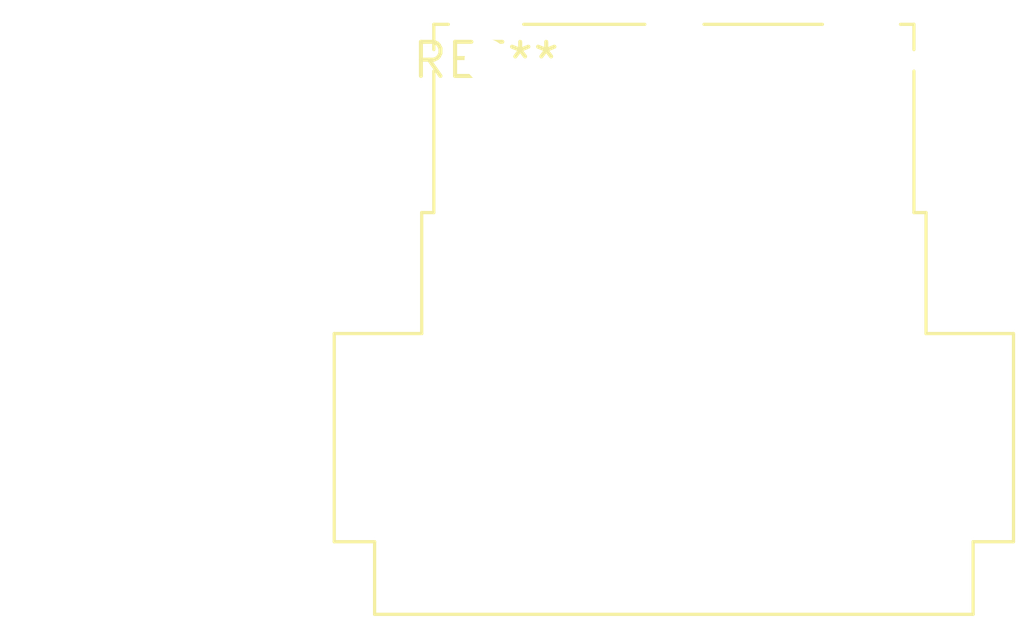
<source format=kicad_pcb>
(kicad_pcb (version 20240108) (generator pcbnew)
  (layers (0 "F.Cu" signal) (31 "B.Cu" signal) (34 "B.Paste" user) (35 "F.Paste" user) (36 "B.SilkS" user "B.Silkscreen") (37 "F.SilkS" user "F.Silkscreen") (38 "B.Mask" user) (39 "F.Mask" user) (44 "Edge.Cuts" user))
  (net 0 "")
  (footprint "Jack_XLR_Neutrik_NC5MBH_Horizontal" (layer "F.Cu") (at 0 0)
    (property "Reference" "REF**")
    (property "Value" "Jack_XLR_Neutrik_NC5MBH_Horizontal")
    (fp_line (start -5.64 10.16) (end -2.39 10.16) (layer "F.SilkS") (stroke (width 0.12)))
    (fp_line (start -5.64 17.9) (end -5.64 10.16) (layer "F.SilkS") (stroke (width 0.12)))
    (fp_line (start -4.14 17.9) (end -5.64 17.9) (layer "F.SilkS") (stroke (width 0.12)))
    (fp_line (start -4.14 17.9) (end -4.14 20.6) (layer "F.SilkS") (stroke (width 0.12)))
    (fp_line (start -2.39 10.16) (end -2.39 5.66) (layer "F.SilkS") (stroke (width 0.12)))
    (fp_line (start -1.94 -1.34) (end -1.94 -0.4) (layer "F.SilkS") (stroke (width 0.12)))
    (fp_line (start -1.94 -1.34) (end -1.4 -1.34) (layer "F.SilkS") (stroke (width 0.12)))
    (fp_line (start -1.94 5.66) (end -2.39 5.66) (layer "F.SilkS") (stroke (width 0.12)))
    (fp_line (start -1.94 5.66) (end -1.94 0.4) (layer "F.SilkS") (stroke (width 0.12)))
    (fp_line (start 5.9 -1.34) (end 1.4 -1.34) (layer "F.SilkS") (stroke (width 0.12)))
    (fp_line (start 12.5 -1.34) (end 8.1 -1.34) (layer "F.SilkS") (stroke (width 0.12)))
    (fp_line (start 15.9 -1.34) (end 15.4 -1.34) (layer "F.SilkS") (stroke (width 0.12)))
    (fp_line (start 15.9 -1.34) (end 15.9 -0.4) (layer "F.SilkS") (stroke (width 0.12)))
    (fp_line (start 15.9 5.66) (end 15.9 0.4) (layer "F.SilkS") (stroke (width 0.12)))
    (fp_line (start 15.9 5.66) (end 16.35 5.66) (layer "F.SilkS") (stroke (width 0.12)))
    (fp_line (start 16.35 10.16) (end 16.35 5.66) (layer "F.SilkS") (stroke (width 0.12)))
    (fp_line (start 16.35 10.16) (end 19.6 10.16) (layer "F.SilkS") (stroke (width 0.12)))
    (fp_line (start 18.1 17.9) (end 18.1 20.6) (layer "F.SilkS") (stroke (width 0.12)))
    (fp_line (start 18.1 20.6) (end -4.14 20.6) (layer "F.SilkS") (stroke (width 0.12)))
    (fp_line (start 19.6 17.9) (end 18.1 17.9) (layer "F.SilkS") (stroke (width 0.12)))
    (fp_line (start 19.6 17.9) (end 19.6 10.16) (layer "F.SilkS") (stroke (width 0.12)))
    (pad "" np_thru_hole circle (at 3.17 8.89) (size 1.6 1.6) (drill 1.6) (layers *.Cu *.Mask))
    (pad "" np_thru_hole circle (at 10.79 13.97) (size 1.6 1.6) (drill 1.6) (layers *.Cu *.Mask))
    (pad "1" thru_hole circle (at 0 0) (size 3.4 3.4) (drill 1.6) (layers *.Cu *.Mask) (remove_unused_layers))
    (pad "2" thru_hole circle (at 3.17 5.08) (size 2.9 2.9) (drill 1.2) (layers *.Cu *.Mask) (remove_unused_layers))
    (pad "3" thru_hole circle (at 6.98 0) (size 2.9 2.9) (drill 1.2) (layers *.Cu *.Mask) (remove_unused_layers))
    (pad "4" thru_hole circle (at 10.79 5.08) (size 2.9 2.9) (drill 1.2) (layers *.Cu *.Mask) (remove_unused_layers))
    (pad "5" thru_hole circle (at 13.96 0) (size 3.4 3.4) (drill 1.6) (layers *.Cu *.Mask) (remove_unused_layers))
    (pad "G" thru_hole circle (at 6.98 5.08) (size 2.9 2.9) (drill 1.2) (layers *.Cu *.Mask) (remove_unused_layers))
  )
)
</source>
